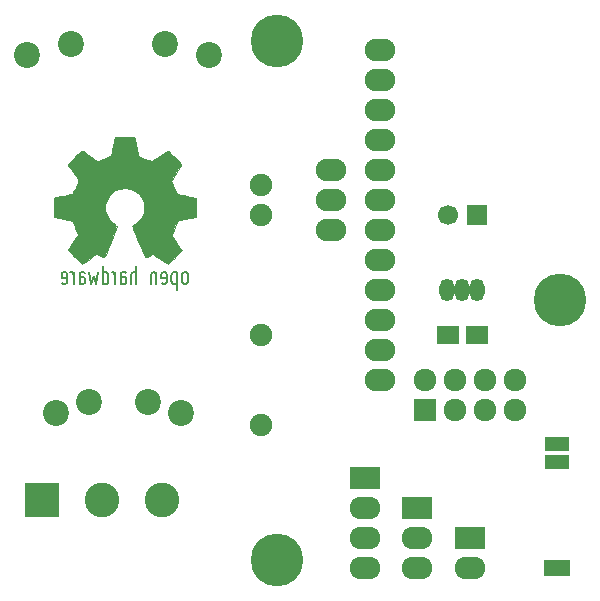
<source format=gbr>
G04 #@! TF.FileFunction,Soldermask,Bot*
%FSLAX46Y46*%
G04 Gerber Fmt 4.6, Leading zero omitted, Abs format (unit mm)*
G04 Created by KiCad (PCBNEW 4.0.2-stable) date 8-9-2016 14:05:21*
%MOMM*%
G01*
G04 APERTURE LIST*
%ADD10C,0.100000*%
%ADD11C,0.150000*%
%ADD12C,0.002540*%
%ADD13R,2.000000X1.200000*%
%ADD14R,2.200000X1.400000*%
%ADD15O,1.299160X1.901140*%
%ADD16C,4.464000*%
%ADD17R,2.940000X2.940000*%
%ADD18C,2.940000*%
%ADD19R,2.599640X1.924000*%
%ADD20O,2.599640X1.924000*%
%ADD21C,1.900000*%
%ADD22C,2.200000*%
%ADD23R,1.700000X1.700000*%
%ADD24C,1.700000*%
%ADD25R,1.900000X1.650000*%
%ADD26R,1.924000X1.924000*%
%ADD27C,1.924000*%
%ADD28O,2.600000X1.900000*%
G04 APERTURE END LIST*
D10*
D11*
X129950000Y-101120000D02*
X129850000Y-101050000D01*
X130130000Y-101120000D02*
X129950000Y-101120000D01*
X130230000Y-101050000D02*
X130130000Y-101120000D01*
X130280000Y-100910000D02*
X130230000Y-101050000D01*
X130280000Y-100330000D02*
X130280000Y-100910000D01*
X130220000Y-100180000D02*
X130280000Y-100330000D01*
X130120000Y-100110000D02*
X130220000Y-100180000D01*
X129950000Y-100110000D02*
X130120000Y-100110000D01*
X129850000Y-100200000D02*
X129950000Y-100110000D01*
X129800000Y-100330000D02*
X129850000Y-100200000D01*
X129800000Y-100600000D02*
X129800000Y-100330000D01*
X130280000Y-100600000D02*
X129800000Y-100600000D01*
X130850000Y-100120000D02*
X130850000Y-101120000D01*
X130800000Y-100260000D02*
X130850000Y-100430000D01*
X130760000Y-100200000D02*
X130800000Y-100260000D01*
X130660000Y-100120000D02*
X130760000Y-100200000D01*
X130550000Y-100120000D02*
X130660000Y-100120000D01*
X132900000Y-100110000D02*
X132710000Y-101120000D01*
X132710000Y-101120000D02*
X132520000Y-100400000D01*
X132520000Y-100400000D02*
X132330000Y-101120000D01*
X132330000Y-101120000D02*
X132130000Y-100110000D01*
X133280000Y-101040000D02*
X133370000Y-101120000D01*
X133370000Y-101120000D02*
X133560000Y-101120000D01*
X133560000Y-101120000D02*
X133630000Y-101070000D01*
X133630000Y-101070000D02*
X133700000Y-100990000D01*
X133700000Y-100990000D02*
X133760000Y-100830000D01*
X133760000Y-100830000D02*
X133760000Y-100410000D01*
X133760000Y-100410000D02*
X133710000Y-100260000D01*
X133710000Y-100260000D02*
X133640000Y-100170000D01*
X133640000Y-100170000D02*
X133560000Y-100120000D01*
X133560000Y-100120000D02*
X133380000Y-100120000D01*
X133380000Y-100120000D02*
X133280000Y-100200000D01*
X133280000Y-99620000D02*
X133280000Y-101120000D01*
X134030000Y-100120000D02*
X134140000Y-100120000D01*
X134140000Y-100120000D02*
X134240000Y-100200000D01*
X134240000Y-100200000D02*
X134280000Y-100260000D01*
X134280000Y-100260000D02*
X134330000Y-100430000D01*
X134330000Y-100120000D02*
X134330000Y-101120000D01*
X131320000Y-100330000D02*
X131320000Y-101120000D01*
X131380000Y-100180000D02*
X131320000Y-100330000D01*
X131470000Y-100110000D02*
X131380000Y-100180000D01*
X131650000Y-100110000D02*
X131470000Y-100110000D01*
X131760000Y-100190000D02*
X131650000Y-100110000D01*
X131800000Y-100890000D02*
X131760000Y-101030000D01*
X131800000Y-100760000D02*
X131800000Y-100890000D01*
X131750000Y-100620000D02*
X131800000Y-100760000D01*
X131650000Y-100540000D02*
X131750000Y-100620000D01*
X131410000Y-100540000D02*
X131650000Y-100540000D01*
X131320000Y-100470000D02*
X131410000Y-100540000D01*
X131420000Y-101120000D02*
X131320000Y-101040000D01*
X131650000Y-101120000D02*
X131420000Y-101120000D01*
X131760000Y-101030000D02*
X131650000Y-101120000D01*
X135240000Y-101030000D02*
X135130000Y-101120000D01*
X135130000Y-101120000D02*
X134900000Y-101120000D01*
X134900000Y-101120000D02*
X134800000Y-101040000D01*
X134800000Y-100470000D02*
X134890000Y-100540000D01*
X134890000Y-100540000D02*
X135130000Y-100540000D01*
X135130000Y-100540000D02*
X135230000Y-100620000D01*
X135230000Y-100620000D02*
X135280000Y-100760000D01*
X135280000Y-100760000D02*
X135280000Y-100890000D01*
X135280000Y-100890000D02*
X135240000Y-101030000D01*
X135240000Y-100190000D02*
X135130000Y-100110000D01*
X135130000Y-100110000D02*
X134950000Y-100110000D01*
X134950000Y-100110000D02*
X134860000Y-100180000D01*
X134860000Y-100180000D02*
X134800000Y-100330000D01*
X134800000Y-100330000D02*
X134800000Y-101120000D01*
X136140000Y-101120000D02*
X136140000Y-99620000D01*
X136080000Y-100180000D02*
X136140000Y-100250000D01*
X136000000Y-100120000D02*
X136080000Y-100180000D01*
X135860000Y-100120000D02*
X136000000Y-100120000D01*
X135760000Y-100190000D02*
X135860000Y-100120000D01*
X135710000Y-100340000D02*
X135760000Y-100190000D01*
X135710000Y-101120000D02*
X135710000Y-100340000D01*
X137370000Y-101120000D02*
X137370000Y-100340000D01*
X137370000Y-100340000D02*
X137420000Y-100190000D01*
X137420000Y-100190000D02*
X137520000Y-100120000D01*
X137520000Y-100120000D02*
X137660000Y-100120000D01*
X137660000Y-100120000D02*
X137740000Y-100180000D01*
X137740000Y-100180000D02*
X137800000Y-100250000D01*
X137800000Y-100120000D02*
X137800000Y-101120000D01*
X138710000Y-100600000D02*
X138230000Y-100600000D01*
X138230000Y-100600000D02*
X138230000Y-100330000D01*
X138230000Y-100330000D02*
X138280000Y-100200000D01*
X138280000Y-100200000D02*
X138380000Y-100110000D01*
X138380000Y-100110000D02*
X138550000Y-100110000D01*
X138550000Y-100110000D02*
X138650000Y-100180000D01*
X138650000Y-100180000D02*
X138710000Y-100330000D01*
X138710000Y-100330000D02*
X138710000Y-100910000D01*
X138710000Y-100910000D02*
X138660000Y-101050000D01*
X138660000Y-101050000D02*
X138560000Y-101120000D01*
X138560000Y-101120000D02*
X138380000Y-101120000D01*
X138380000Y-101120000D02*
X138280000Y-101050000D01*
X139570000Y-100110000D02*
X139570000Y-101620000D01*
X139460000Y-100110000D02*
X139280000Y-100110000D01*
X139460000Y-101110000D02*
X139270000Y-101110000D01*
X139460000Y-100110000D02*
X139540000Y-100170000D01*
X139190000Y-100180000D02*
X139280000Y-100110000D01*
X139140000Y-100250000D02*
X139190000Y-100180000D01*
X139090000Y-100410000D02*
X139140000Y-100250000D01*
X139090000Y-100820000D02*
X139090000Y-100410000D01*
X139140000Y-100960000D02*
X139090000Y-100820000D01*
X139180000Y-101030000D02*
X139140000Y-100960000D01*
X139280000Y-101110000D02*
X139180000Y-101030000D01*
X139560000Y-101040000D02*
X139460000Y-101110000D01*
X140520000Y-100410000D02*
X140520000Y-100820000D01*
X140520000Y-100820000D02*
X140470000Y-100960000D01*
X140470000Y-100960000D02*
X140420000Y-101050000D01*
X140420000Y-101050000D02*
X140320000Y-101120000D01*
X140320000Y-101120000D02*
X140180000Y-101120000D01*
X140180000Y-101120000D02*
X140080000Y-101040000D01*
X140080000Y-101040000D02*
X140040000Y-100970000D01*
X140040000Y-100970000D02*
X139990000Y-100830000D01*
X139990000Y-100830000D02*
X139990000Y-100420000D01*
X139990000Y-100420000D02*
X140040000Y-100260000D01*
X140040000Y-100260000D02*
X140090000Y-100190000D01*
X140090000Y-100190000D02*
X140180000Y-100120000D01*
X140180000Y-100120000D02*
X140330000Y-100120000D01*
X140330000Y-100120000D02*
X140410000Y-100180000D01*
X140410000Y-100180000D02*
X140470000Y-100260000D01*
X140470000Y-100260000D02*
X140520000Y-100410000D01*
D12*
G36*
X138797280Y-99399880D02*
X138733780Y-99366860D01*
X138594080Y-99277960D01*
X138393420Y-99148420D01*
X138157200Y-98988400D01*
X137918440Y-98828380D01*
X137722860Y-98696300D01*
X137585700Y-98609940D01*
X137529820Y-98576920D01*
X137499340Y-98587080D01*
X137385040Y-98642960D01*
X137222480Y-98729320D01*
X137125960Y-98777580D01*
X136976100Y-98843620D01*
X136902440Y-98856320D01*
X136889740Y-98836000D01*
X136833860Y-98719160D01*
X136747500Y-98523580D01*
X136633200Y-98261960D01*
X136503660Y-97959700D01*
X136366500Y-97629500D01*
X136226800Y-97294220D01*
X136094720Y-96976720D01*
X135975340Y-96689700D01*
X135881360Y-96456020D01*
X135820400Y-96293460D01*
X135797540Y-96222340D01*
X135805160Y-96207100D01*
X135878820Y-96135980D01*
X136010900Y-96036920D01*
X136295380Y-95805780D01*
X136574780Y-95455260D01*
X136744960Y-95059020D01*
X136803380Y-94617060D01*
X136755120Y-94208120D01*
X136592560Y-93814420D01*
X136318240Y-93461360D01*
X135985500Y-93197200D01*
X135596880Y-93032100D01*
X135160000Y-92976220D01*
X134740900Y-93024480D01*
X134339580Y-93181960D01*
X133986520Y-93451200D01*
X133836660Y-93623920D01*
X133630920Y-93982060D01*
X133514080Y-94368140D01*
X133501380Y-94464660D01*
X133519160Y-94886300D01*
X133643620Y-95290160D01*
X133864600Y-95650840D01*
X134174480Y-95948020D01*
X134212580Y-95975960D01*
X134357360Y-96082640D01*
X134451340Y-96156300D01*
X134527540Y-96217260D01*
X133991600Y-97510120D01*
X133905240Y-97715860D01*
X133757920Y-98066380D01*
X133628380Y-98371180D01*
X133524240Y-98615020D01*
X133453120Y-98775040D01*
X133422640Y-98841080D01*
X133417560Y-98843620D01*
X133371840Y-98851240D01*
X133272780Y-98815680D01*
X133092440Y-98729320D01*
X132973060Y-98668360D01*
X132835900Y-98602320D01*
X132774940Y-98576920D01*
X132721600Y-98604860D01*
X132589520Y-98691220D01*
X132399020Y-98820760D01*
X132167880Y-98975700D01*
X131946900Y-99125560D01*
X131743700Y-99260180D01*
X131596380Y-99354160D01*
X131525260Y-99392260D01*
X131515100Y-99392260D01*
X131451600Y-99356700D01*
X131334760Y-99260180D01*
X131159500Y-99092540D01*
X130910580Y-98848700D01*
X130872480Y-98810600D01*
X130666740Y-98602320D01*
X130501640Y-98427060D01*
X130389880Y-98302600D01*
X130349240Y-98246720D01*
X130349240Y-98246720D01*
X130387340Y-98175600D01*
X130478780Y-98028280D01*
X130613400Y-97825080D01*
X130775960Y-97583780D01*
X131205220Y-96964020D01*
X130969000Y-96377280D01*
X130897880Y-96196940D01*
X130806440Y-95978500D01*
X130737860Y-95823560D01*
X130702300Y-95754980D01*
X130638800Y-95732120D01*
X130478780Y-95694020D01*
X130245100Y-95645760D01*
X129968240Y-95594960D01*
X129704080Y-95546700D01*
X129465320Y-95500980D01*
X129292600Y-95467960D01*
X129213860Y-95452720D01*
X129196080Y-95440020D01*
X129180840Y-95401920D01*
X129170680Y-95320640D01*
X129165600Y-95175860D01*
X129160520Y-94947260D01*
X129160520Y-94617060D01*
X129160520Y-94581500D01*
X129165600Y-94266540D01*
X129170680Y-94015080D01*
X129178300Y-93849980D01*
X129191000Y-93783940D01*
X129191000Y-93783940D01*
X129264660Y-93766160D01*
X129434840Y-93730600D01*
X129673600Y-93682340D01*
X129958080Y-93629000D01*
X129975860Y-93626460D01*
X130260340Y-93570580D01*
X130496560Y-93522320D01*
X130664200Y-93484220D01*
X130732780Y-93461360D01*
X130748020Y-93441040D01*
X130806440Y-93329280D01*
X130887720Y-93154020D01*
X130981700Y-92940660D01*
X131073140Y-92717140D01*
X131154420Y-92516480D01*
X131207760Y-92366620D01*
X131223000Y-92298040D01*
X131223000Y-92298040D01*
X131179820Y-92229460D01*
X131083300Y-92082140D01*
X130943600Y-91878940D01*
X130778500Y-91637640D01*
X130765800Y-91617320D01*
X130603240Y-91378560D01*
X130471160Y-91175360D01*
X130382260Y-91030580D01*
X130349240Y-90967080D01*
X130349240Y-90962000D01*
X130405120Y-90890880D01*
X130527040Y-90753720D01*
X130702300Y-90570840D01*
X130910580Y-90360020D01*
X130979160Y-90293980D01*
X131210300Y-90065380D01*
X131372860Y-89918060D01*
X131474460Y-89836780D01*
X131522720Y-89819000D01*
X131525260Y-89821540D01*
X131596380Y-89864720D01*
X131748780Y-89963780D01*
X131954520Y-90103480D01*
X132198360Y-90268580D01*
X132213600Y-90278740D01*
X132454900Y-90441300D01*
X132653020Y-90578460D01*
X132795260Y-90672440D01*
X132858760Y-90708000D01*
X132868920Y-90708000D01*
X132965440Y-90680060D01*
X133135620Y-90621640D01*
X133346440Y-90540360D01*
X133567420Y-90451460D01*
X133770620Y-90365100D01*
X133920480Y-90296520D01*
X133991600Y-90255880D01*
X133994140Y-90253340D01*
X134019540Y-90166980D01*
X134060180Y-89986640D01*
X134113520Y-89740260D01*
X134166860Y-89445620D01*
X134177020Y-89399900D01*
X134230360Y-89112880D01*
X134276080Y-88876660D01*
X134311640Y-88714100D01*
X134326880Y-88645520D01*
X134367520Y-88637900D01*
X134507220Y-88627740D01*
X134720580Y-88620120D01*
X134979660Y-88617580D01*
X135251440Y-88620120D01*
X135515600Y-88625200D01*
X135741660Y-88632820D01*
X135904220Y-88645520D01*
X135972800Y-88658220D01*
X135975340Y-88663300D01*
X135998200Y-88752200D01*
X136038840Y-88930000D01*
X136089640Y-89178920D01*
X136145520Y-89473560D01*
X136155680Y-89526900D01*
X136209020Y-89811380D01*
X136257280Y-90045060D01*
X136292840Y-90205080D01*
X136310620Y-90268580D01*
X136336020Y-90281280D01*
X136452860Y-90334620D01*
X136643360Y-90413360D01*
X136882120Y-90509880D01*
X137430760Y-90730860D01*
X138103860Y-90268580D01*
X138164820Y-90227940D01*
X138408660Y-90062840D01*
X138606780Y-89930760D01*
X138746480Y-89841860D01*
X138802360Y-89808840D01*
X138807440Y-89811380D01*
X138876020Y-89869800D01*
X139008100Y-89994260D01*
X139190980Y-90172060D01*
X139401800Y-90382880D01*
X139559280Y-90540360D01*
X139744700Y-90728320D01*
X139861540Y-90855320D01*
X139927580Y-90936600D01*
X139950440Y-90987400D01*
X139942820Y-91020420D01*
X139899640Y-91089000D01*
X139800580Y-91236320D01*
X139663420Y-91442060D01*
X139498320Y-91678280D01*
X139363700Y-91878940D01*
X139216380Y-92105000D01*
X139122400Y-92265020D01*
X139089380Y-92343760D01*
X139097000Y-92376780D01*
X139145260Y-92508860D01*
X139224000Y-92709520D01*
X139325600Y-92945740D01*
X139559280Y-93479140D01*
X139909800Y-93545180D01*
X140120620Y-93585820D01*
X140417800Y-93644240D01*
X140702280Y-93697580D01*
X141144240Y-93783940D01*
X141159480Y-95409540D01*
X141090900Y-95440020D01*
X141024860Y-95457800D01*
X140862300Y-95493360D01*
X140628620Y-95539080D01*
X140351760Y-95592420D01*
X140115540Y-95635600D01*
X139879320Y-95681320D01*
X139709140Y-95714340D01*
X139632940Y-95729580D01*
X139615160Y-95754980D01*
X139554200Y-95871820D01*
X139470380Y-96052160D01*
X139376400Y-96273140D01*
X139282420Y-96499200D01*
X139198600Y-96710020D01*
X139140180Y-96870040D01*
X139117320Y-96953860D01*
X139150340Y-97014820D01*
X139239240Y-97154520D01*
X139371320Y-97352640D01*
X139531340Y-97588860D01*
X139693900Y-97825080D01*
X139828520Y-98025740D01*
X139925040Y-98170520D01*
X139963140Y-98236560D01*
X139942820Y-98282280D01*
X139848840Y-98396580D01*
X139671040Y-98579460D01*
X139406880Y-98841080D01*
X139363700Y-98884260D01*
X139152880Y-99084920D01*
X138975080Y-99250020D01*
X138853160Y-99359240D01*
X138797280Y-99399880D01*
X138797280Y-99399880D01*
G37*
X138797280Y-99399880D02*
X138733780Y-99366860D01*
X138594080Y-99277960D01*
X138393420Y-99148420D01*
X138157200Y-98988400D01*
X137918440Y-98828380D01*
X137722860Y-98696300D01*
X137585700Y-98609940D01*
X137529820Y-98576920D01*
X137499340Y-98587080D01*
X137385040Y-98642960D01*
X137222480Y-98729320D01*
X137125960Y-98777580D01*
X136976100Y-98843620D01*
X136902440Y-98856320D01*
X136889740Y-98836000D01*
X136833860Y-98719160D01*
X136747500Y-98523580D01*
X136633200Y-98261960D01*
X136503660Y-97959700D01*
X136366500Y-97629500D01*
X136226800Y-97294220D01*
X136094720Y-96976720D01*
X135975340Y-96689700D01*
X135881360Y-96456020D01*
X135820400Y-96293460D01*
X135797540Y-96222340D01*
X135805160Y-96207100D01*
X135878820Y-96135980D01*
X136010900Y-96036920D01*
X136295380Y-95805780D01*
X136574780Y-95455260D01*
X136744960Y-95059020D01*
X136803380Y-94617060D01*
X136755120Y-94208120D01*
X136592560Y-93814420D01*
X136318240Y-93461360D01*
X135985500Y-93197200D01*
X135596880Y-93032100D01*
X135160000Y-92976220D01*
X134740900Y-93024480D01*
X134339580Y-93181960D01*
X133986520Y-93451200D01*
X133836660Y-93623920D01*
X133630920Y-93982060D01*
X133514080Y-94368140D01*
X133501380Y-94464660D01*
X133519160Y-94886300D01*
X133643620Y-95290160D01*
X133864600Y-95650840D01*
X134174480Y-95948020D01*
X134212580Y-95975960D01*
X134357360Y-96082640D01*
X134451340Y-96156300D01*
X134527540Y-96217260D01*
X133991600Y-97510120D01*
X133905240Y-97715860D01*
X133757920Y-98066380D01*
X133628380Y-98371180D01*
X133524240Y-98615020D01*
X133453120Y-98775040D01*
X133422640Y-98841080D01*
X133417560Y-98843620D01*
X133371840Y-98851240D01*
X133272780Y-98815680D01*
X133092440Y-98729320D01*
X132973060Y-98668360D01*
X132835900Y-98602320D01*
X132774940Y-98576920D01*
X132721600Y-98604860D01*
X132589520Y-98691220D01*
X132399020Y-98820760D01*
X132167880Y-98975700D01*
X131946900Y-99125560D01*
X131743700Y-99260180D01*
X131596380Y-99354160D01*
X131525260Y-99392260D01*
X131515100Y-99392260D01*
X131451600Y-99356700D01*
X131334760Y-99260180D01*
X131159500Y-99092540D01*
X130910580Y-98848700D01*
X130872480Y-98810600D01*
X130666740Y-98602320D01*
X130501640Y-98427060D01*
X130389880Y-98302600D01*
X130349240Y-98246720D01*
X130349240Y-98246720D01*
X130387340Y-98175600D01*
X130478780Y-98028280D01*
X130613400Y-97825080D01*
X130775960Y-97583780D01*
X131205220Y-96964020D01*
X130969000Y-96377280D01*
X130897880Y-96196940D01*
X130806440Y-95978500D01*
X130737860Y-95823560D01*
X130702300Y-95754980D01*
X130638800Y-95732120D01*
X130478780Y-95694020D01*
X130245100Y-95645760D01*
X129968240Y-95594960D01*
X129704080Y-95546700D01*
X129465320Y-95500980D01*
X129292600Y-95467960D01*
X129213860Y-95452720D01*
X129196080Y-95440020D01*
X129180840Y-95401920D01*
X129170680Y-95320640D01*
X129165600Y-95175860D01*
X129160520Y-94947260D01*
X129160520Y-94617060D01*
X129160520Y-94581500D01*
X129165600Y-94266540D01*
X129170680Y-94015080D01*
X129178300Y-93849980D01*
X129191000Y-93783940D01*
X129191000Y-93783940D01*
X129264660Y-93766160D01*
X129434840Y-93730600D01*
X129673600Y-93682340D01*
X129958080Y-93629000D01*
X129975860Y-93626460D01*
X130260340Y-93570580D01*
X130496560Y-93522320D01*
X130664200Y-93484220D01*
X130732780Y-93461360D01*
X130748020Y-93441040D01*
X130806440Y-93329280D01*
X130887720Y-93154020D01*
X130981700Y-92940660D01*
X131073140Y-92717140D01*
X131154420Y-92516480D01*
X131207760Y-92366620D01*
X131223000Y-92298040D01*
X131223000Y-92298040D01*
X131179820Y-92229460D01*
X131083300Y-92082140D01*
X130943600Y-91878940D01*
X130778500Y-91637640D01*
X130765800Y-91617320D01*
X130603240Y-91378560D01*
X130471160Y-91175360D01*
X130382260Y-91030580D01*
X130349240Y-90967080D01*
X130349240Y-90962000D01*
X130405120Y-90890880D01*
X130527040Y-90753720D01*
X130702300Y-90570840D01*
X130910580Y-90360020D01*
X130979160Y-90293980D01*
X131210300Y-90065380D01*
X131372860Y-89918060D01*
X131474460Y-89836780D01*
X131522720Y-89819000D01*
X131525260Y-89821540D01*
X131596380Y-89864720D01*
X131748780Y-89963780D01*
X131954520Y-90103480D01*
X132198360Y-90268580D01*
X132213600Y-90278740D01*
X132454900Y-90441300D01*
X132653020Y-90578460D01*
X132795260Y-90672440D01*
X132858760Y-90708000D01*
X132868920Y-90708000D01*
X132965440Y-90680060D01*
X133135620Y-90621640D01*
X133346440Y-90540360D01*
X133567420Y-90451460D01*
X133770620Y-90365100D01*
X133920480Y-90296520D01*
X133991600Y-90255880D01*
X133994140Y-90253340D01*
X134019540Y-90166980D01*
X134060180Y-89986640D01*
X134113520Y-89740260D01*
X134166860Y-89445620D01*
X134177020Y-89399900D01*
X134230360Y-89112880D01*
X134276080Y-88876660D01*
X134311640Y-88714100D01*
X134326880Y-88645520D01*
X134367520Y-88637900D01*
X134507220Y-88627740D01*
X134720580Y-88620120D01*
X134979660Y-88617580D01*
X135251440Y-88620120D01*
X135515600Y-88625200D01*
X135741660Y-88632820D01*
X135904220Y-88645520D01*
X135972800Y-88658220D01*
X135975340Y-88663300D01*
X135998200Y-88752200D01*
X136038840Y-88930000D01*
X136089640Y-89178920D01*
X136145520Y-89473560D01*
X136155680Y-89526900D01*
X136209020Y-89811380D01*
X136257280Y-90045060D01*
X136292840Y-90205080D01*
X136310620Y-90268580D01*
X136336020Y-90281280D01*
X136452860Y-90334620D01*
X136643360Y-90413360D01*
X136882120Y-90509880D01*
X137430760Y-90730860D01*
X138103860Y-90268580D01*
X138164820Y-90227940D01*
X138408660Y-90062840D01*
X138606780Y-89930760D01*
X138746480Y-89841860D01*
X138802360Y-89808840D01*
X138807440Y-89811380D01*
X138876020Y-89869800D01*
X139008100Y-89994260D01*
X139190980Y-90172060D01*
X139401800Y-90382880D01*
X139559280Y-90540360D01*
X139744700Y-90728320D01*
X139861540Y-90855320D01*
X139927580Y-90936600D01*
X139950440Y-90987400D01*
X139942820Y-91020420D01*
X139899640Y-91089000D01*
X139800580Y-91236320D01*
X139663420Y-91442060D01*
X139498320Y-91678280D01*
X139363700Y-91878940D01*
X139216380Y-92105000D01*
X139122400Y-92265020D01*
X139089380Y-92343760D01*
X139097000Y-92376780D01*
X139145260Y-92508860D01*
X139224000Y-92709520D01*
X139325600Y-92945740D01*
X139559280Y-93479140D01*
X139909800Y-93545180D01*
X140120620Y-93585820D01*
X140417800Y-93644240D01*
X140702280Y-93697580D01*
X141144240Y-93783940D01*
X141159480Y-95409540D01*
X141090900Y-95440020D01*
X141024860Y-95457800D01*
X140862300Y-95493360D01*
X140628620Y-95539080D01*
X140351760Y-95592420D01*
X140115540Y-95635600D01*
X139879320Y-95681320D01*
X139709140Y-95714340D01*
X139632940Y-95729580D01*
X139615160Y-95754980D01*
X139554200Y-95871820D01*
X139470380Y-96052160D01*
X139376400Y-96273140D01*
X139282420Y-96499200D01*
X139198600Y-96710020D01*
X139140180Y-96870040D01*
X139117320Y-96953860D01*
X139150340Y-97014820D01*
X139239240Y-97154520D01*
X139371320Y-97352640D01*
X139531340Y-97588860D01*
X139693900Y-97825080D01*
X139828520Y-98025740D01*
X139925040Y-98170520D01*
X139963140Y-98236560D01*
X139942820Y-98282280D01*
X139848840Y-98396580D01*
X139671040Y-98579460D01*
X139406880Y-98841080D01*
X139363700Y-98884260D01*
X139152880Y-99084920D01*
X138975080Y-99250020D01*
X138853160Y-99359240D01*
X138797280Y-99399880D01*
D13*
X171755000Y-116180000D03*
X171755000Y-114680000D03*
D14*
X171755000Y-125180000D03*
D15*
X163735000Y-101630000D03*
X165005000Y-101630000D03*
X162465000Y-101630000D03*
D16*
X172000000Y-102500000D03*
X148000000Y-124500000D03*
X148000000Y-80500000D03*
D17*
X128175000Y-119410000D03*
D18*
X133255000Y-119410000D03*
X138335000Y-119410000D03*
D19*
X159925000Y-120045000D03*
D20*
X159925000Y-122585000D03*
X159925000Y-125125000D03*
D19*
X155480000Y-117505000D03*
D20*
X155480000Y-120045000D03*
X155480000Y-122585000D03*
X155480000Y-125125000D03*
D19*
X164370000Y-122585000D03*
D20*
X164370000Y-125125000D03*
D21*
X146717000Y-113060000D03*
X146717000Y-105440000D03*
X146717000Y-95280000D03*
X146717000Y-92740000D03*
D22*
X129300000Y-112000000D03*
X139900000Y-112000000D03*
X138600000Y-80800000D03*
X130600000Y-80800000D03*
X132100000Y-111100000D03*
X137100000Y-111100000D03*
X126900000Y-81700000D03*
X142300000Y-81700000D03*
D23*
X165005000Y-95280000D03*
D24*
X162505000Y-95280000D03*
D25*
X162485000Y-105440000D03*
X164985000Y-105440000D03*
D26*
X160560000Y-111790000D03*
D27*
X160560000Y-109250000D03*
X163100000Y-111790000D03*
X163100000Y-109250000D03*
X165640000Y-111790000D03*
X165640000Y-109250000D03*
X168180000Y-111790000D03*
X168180000Y-109250000D03*
D28*
X156750000Y-94010000D03*
X156750000Y-91470000D03*
X156750000Y-88930000D03*
X156750000Y-86390000D03*
X156750000Y-83850000D03*
X156750000Y-81310000D03*
X156750000Y-96550000D03*
X156750000Y-99090000D03*
X156750000Y-101630000D03*
X156750000Y-104170000D03*
X156750000Y-106710000D03*
X156750000Y-109250000D03*
X152650000Y-91470000D03*
X152650000Y-94010000D03*
X152650000Y-96550000D03*
M02*

</source>
